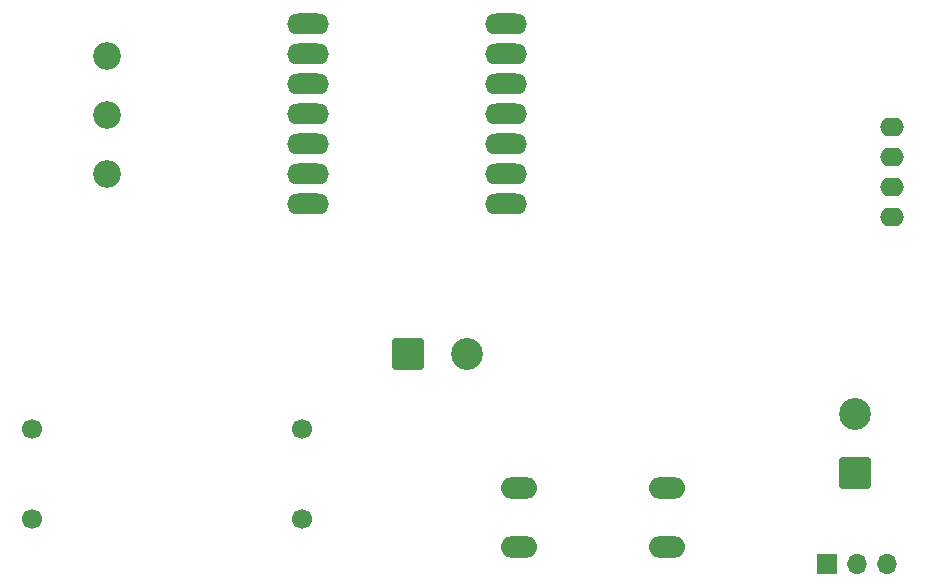
<source format=gbr>
%TF.GenerationSoftware,KiCad,Pcbnew,7.0.10*%
%TF.CreationDate,2024-01-21T17:13:34-08:00*%
%TF.ProjectId,motor_pcb,6d6f746f-725f-4706-9362-2e6b69636164,rev?*%
%TF.SameCoordinates,Original*%
%TF.FileFunction,Soldermask,Bot*%
%TF.FilePolarity,Negative*%
%FSLAX46Y46*%
G04 Gerber Fmt 4.6, Leading zero omitted, Abs format (unit mm)*
G04 Created by KiCad (PCBNEW 7.0.10) date 2024-01-21 17:13:34*
%MOMM*%
%LPD*%
G01*
G04 APERTURE LIST*
G04 Aperture macros list*
%AMRoundRect*
0 Rectangle with rounded corners*
0 $1 Rounding radius*
0 $2 $3 $4 $5 $6 $7 $8 $9 X,Y pos of 4 corners*
0 Add a 4 corners polygon primitive as box body*
4,1,4,$2,$3,$4,$5,$6,$7,$8,$9,$2,$3,0*
0 Add four circle primitives for the rounded corners*
1,1,$1+$1,$2,$3*
1,1,$1+$1,$4,$5*
1,1,$1+$1,$6,$7*
1,1,$1+$1,$8,$9*
0 Add four rect primitives between the rounded corners*
20,1,$1+$1,$2,$3,$4,$5,0*
20,1,$1+$1,$4,$5,$6,$7,0*
20,1,$1+$1,$6,$7,$8,$9,0*
20,1,$1+$1,$8,$9,$2,$3,0*%
G04 Aperture macros list end*
%ADD10RoundRect,0.250001X-1.099999X-1.099999X1.099999X-1.099999X1.099999X1.099999X-1.099999X1.099999X0*%
%ADD11C,2.700000*%
%ADD12C,1.700000*%
%ADD13O,3.556000X1.778000*%
%ADD14R,1.700000X1.700000*%
%ADD15O,1.700000X1.700000*%
%ADD16O,3.048000X1.850000*%
%ADD17C,2.340000*%
%ADD18RoundRect,0.250001X1.099999X-1.099999X1.099999X1.099999X-1.099999X1.099999X-1.099999X-1.099999X0*%
%ADD19O,2.000000X1.600000*%
G04 APERTURE END LIST*
D10*
%TO.C,J1*%
X88980000Y-55880000D03*
D11*
X93980000Y-55880000D03*
%TD*%
D12*
%TO.C,M1*%
X80010000Y-62230000D03*
X80010000Y-69850000D03*
X57150000Y-69850000D03*
X57150000Y-62230000D03*
%TD*%
D13*
%TO.C,U1*%
X97282000Y-27940000D03*
X97282000Y-30480000D03*
X97282000Y-33020000D03*
X97282000Y-35560000D03*
X97282000Y-38100000D03*
X97282000Y-40640000D03*
X97282000Y-43180000D03*
X80518000Y-27940000D03*
X80518000Y-30480000D03*
X80518000Y-33020000D03*
X80518000Y-35560000D03*
X80518000Y-38100000D03*
X80518000Y-40640000D03*
X80518000Y-43180000D03*
%TD*%
D14*
%TO.C,SW2*%
X124460000Y-73660000D03*
D15*
X127000000Y-73660000D03*
X129540000Y-73660000D03*
%TD*%
D16*
%TO.C,SW1*%
X110875000Y-67250000D03*
X98375000Y-67250000D03*
X110875000Y-72250000D03*
X98375000Y-72250000D03*
%TD*%
D17*
%TO.C,RV1*%
X63500000Y-40640000D03*
X63500000Y-35640000D03*
X63500000Y-30640000D03*
%TD*%
D18*
%TO.C,BT1*%
X126800000Y-66000000D03*
D11*
X126800000Y-61000000D03*
%TD*%
D19*
%TO.C,Brd1*%
X129980000Y-36640000D03*
X129980000Y-39180000D03*
X129980000Y-44260000D03*
X129980000Y-41720000D03*
%TD*%
M02*

</source>
